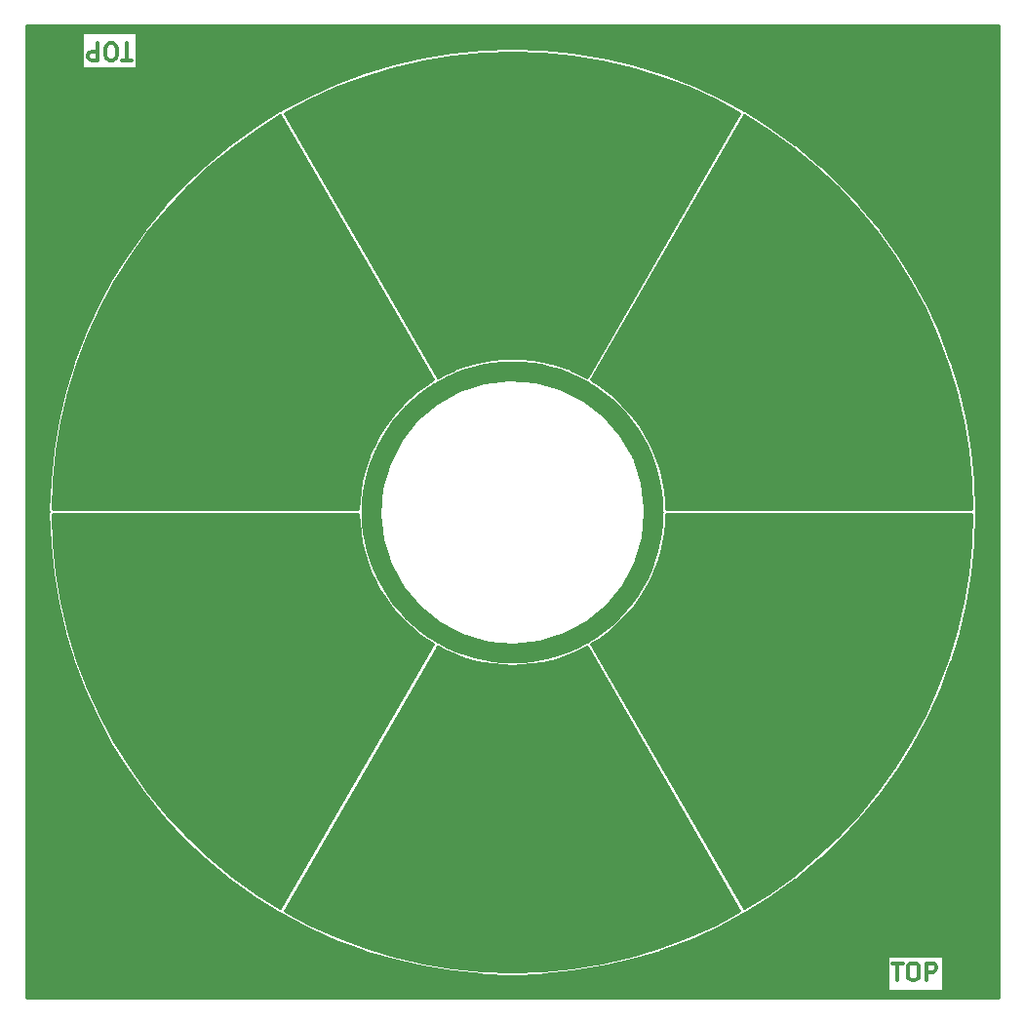
<source format=gtl>
G04 #@! TF.FileFunction,Copper,L1,Top,Signal*
%FSLAX46Y46*%
G04 Gerber Fmt 4.6, Leading zero omitted, Abs format (unit mm)*
G04 Created by KiCad (PCBNEW 4.0.6+dfsg1-1) date Mon Aug 28 14:10:11 2017*
%MOMM*%
%LPD*%
G01*
G04 APERTURE LIST*
%ADD10C,0.100000*%
%ADD11C,0.300000*%
%ADD12C,4.000000*%
%ADD13C,0.600000*%
%ADD14C,1.600000*%
%ADD15C,0.254000*%
G04 APERTURE END LIST*
D10*
D11*
X66964286Y-60821429D02*
X66107143Y-60821429D01*
X66535714Y-59321429D02*
X66535714Y-60821429D01*
X65321429Y-60821429D02*
X65035715Y-60821429D01*
X64892857Y-60750000D01*
X64750000Y-60607143D01*
X64678572Y-60321429D01*
X64678572Y-59821429D01*
X64750000Y-59535714D01*
X64892857Y-59392857D01*
X65035715Y-59321429D01*
X65321429Y-59321429D01*
X65464286Y-59392857D01*
X65607143Y-59535714D01*
X65678572Y-59821429D01*
X65678572Y-60321429D01*
X65607143Y-60607143D01*
X65464286Y-60750000D01*
X65321429Y-60821429D01*
X64035714Y-59321429D02*
X64035714Y-60821429D01*
X63464286Y-60821429D01*
X63321428Y-60750000D01*
X63250000Y-60678571D01*
X63178571Y-60535714D01*
X63178571Y-60321429D01*
X63250000Y-60178571D01*
X63321428Y-60107143D01*
X63464286Y-60035714D01*
X64035714Y-60035714D01*
X133035714Y-139178571D02*
X133892857Y-139178571D01*
X133464286Y-140678571D02*
X133464286Y-139178571D01*
X134678571Y-139178571D02*
X134964285Y-139178571D01*
X135107143Y-139250000D01*
X135250000Y-139392857D01*
X135321428Y-139678571D01*
X135321428Y-140178571D01*
X135250000Y-140464286D01*
X135107143Y-140607143D01*
X134964285Y-140678571D01*
X134678571Y-140678571D01*
X134535714Y-140607143D01*
X134392857Y-140464286D01*
X134321428Y-140178571D01*
X134321428Y-139678571D01*
X134392857Y-139392857D01*
X134535714Y-139250000D01*
X134678571Y-139178571D01*
X135964286Y-140678571D02*
X135964286Y-139178571D01*
X136535714Y-139178571D01*
X136678572Y-139250000D01*
X136750000Y-139321429D01*
X136821429Y-139464286D01*
X136821429Y-139678571D01*
X136750000Y-139821429D01*
X136678572Y-139892857D01*
X136535714Y-139964286D01*
X135964286Y-139964286D01*
D12*
X65000000Y-135000000D03*
X135000000Y-135000000D03*
X65000000Y-65000000D03*
X135000000Y-65000000D03*
D13*
X112250000Y-100000000D03*
X112063895Y-102127190D03*
X111511235Y-104189747D03*
X110608811Y-106125000D03*
X109384044Y-107874148D03*
X107874148Y-109384044D03*
X106125000Y-110608811D03*
X104189747Y-111511235D03*
X102127190Y-112063895D03*
X100000000Y-112250000D03*
X97872810Y-112063895D03*
X95810253Y-111511235D03*
X93875000Y-110608811D03*
X92125852Y-109384044D03*
X90615956Y-107874148D03*
X89391189Y-106125000D03*
X88488765Y-104189747D03*
X87936105Y-102127190D03*
X87750000Y-100000000D03*
X87936105Y-97872810D03*
X88488765Y-95810253D03*
X89391189Y-93875000D03*
X90615956Y-92125852D03*
X92125852Y-90615956D03*
X93875000Y-89391189D03*
X95810253Y-88488765D03*
X97872810Y-87936105D03*
X100000000Y-87750000D03*
X102127190Y-87936105D03*
X104189747Y-88488765D03*
X106125000Y-89391189D03*
X107874148Y-90615956D03*
X109384044Y-92125852D03*
X110608811Y-93875000D03*
X111511235Y-95810253D03*
X112063895Y-97872810D03*
X93600000Y-111950000D03*
X86450000Y-100400000D03*
X92850000Y-88500000D03*
X106400000Y-88050000D03*
X113550000Y-99600000D03*
X107150000Y-111550000D03*
D14*
X112250000Y-100000000D02*
X112244818Y-100356288D01*
X112244818Y-100356288D02*
X112229275Y-100712274D01*
X112229275Y-100712274D02*
X112203385Y-101067658D01*
X112203385Y-101067658D02*
X112167170Y-101422138D01*
X112167170Y-101422138D02*
X112120660Y-101775415D01*
X112120660Y-101775415D02*
X112063895Y-102127190D01*
X112063895Y-102127190D02*
X111996923Y-102477165D01*
X111996923Y-102477165D02*
X111919800Y-102825044D01*
X111919800Y-102825044D02*
X111832591Y-103170533D01*
X111832591Y-103170533D02*
X111735372Y-103513340D01*
X111735372Y-103513340D02*
X111628222Y-103853173D01*
X111628222Y-103853173D02*
X111511235Y-104189747D01*
X111511235Y-104189747D02*
X111384507Y-104522775D01*
X111384507Y-104522775D02*
X111248147Y-104851977D01*
X111248147Y-104851977D02*
X111102270Y-105177074D01*
X111102270Y-105177074D02*
X110947000Y-105497790D01*
X110947000Y-105497790D02*
X110782467Y-105813855D01*
X110782467Y-105813855D02*
X110608811Y-106125000D01*
X110608811Y-106125000D02*
X110426179Y-106430963D01*
X110426179Y-106430963D02*
X110234726Y-106731485D01*
X110234726Y-106731485D02*
X110034613Y-107026311D01*
X110034613Y-107026311D02*
X109826009Y-107315193D01*
X109826009Y-107315193D02*
X109609092Y-107597885D01*
X109609092Y-107597885D02*
X109384044Y-107874148D01*
X109384044Y-107874148D02*
X109151057Y-108143749D01*
X109151057Y-108143749D02*
X108910327Y-108406460D01*
X108910327Y-108406460D02*
X108662058Y-108662058D01*
X108662058Y-108662058D02*
X108406460Y-108910327D01*
X108406460Y-108910327D02*
X108143749Y-109151057D01*
X108143749Y-109151057D02*
X107874148Y-109384044D01*
X107874148Y-109384044D02*
X107597885Y-109609092D01*
X107597885Y-109609092D02*
X107315193Y-109826009D01*
X107315193Y-109826009D02*
X107026311Y-110034613D01*
X107026311Y-110034613D02*
X106731485Y-110234726D01*
X106731485Y-110234726D02*
X106430963Y-110426179D01*
X106430963Y-110426179D02*
X106125000Y-110608811D01*
X106125000Y-110608811D02*
X105813855Y-110782467D01*
X105813855Y-110782467D02*
X105497790Y-110947000D01*
X105497790Y-110947000D02*
X105177074Y-111102270D01*
X105177074Y-111102270D02*
X104851977Y-111248147D01*
X104851977Y-111248147D02*
X104522775Y-111384507D01*
X104522775Y-111384507D02*
X104189747Y-111511235D01*
X104189747Y-111511235D02*
X103853173Y-111628222D01*
X103853173Y-111628222D02*
X103513340Y-111735372D01*
X103513340Y-111735372D02*
X103170533Y-111832591D01*
X103170533Y-111832591D02*
X102825044Y-111919800D01*
X102825044Y-111919800D02*
X102477165Y-111996923D01*
X102477165Y-111996923D02*
X102127190Y-112063895D01*
X102127190Y-112063895D02*
X101775415Y-112120660D01*
X101775415Y-112120660D02*
X101422138Y-112167170D01*
X101422138Y-112167170D02*
X101067658Y-112203385D01*
X101067658Y-112203385D02*
X100712274Y-112229275D01*
X100712274Y-112229275D02*
X100356288Y-112244818D01*
X100356288Y-112244818D02*
X100000000Y-112250000D01*
X100000000Y-112250000D02*
X99643712Y-112244818D01*
X99643712Y-112244818D02*
X99287726Y-112229275D01*
X99287726Y-112229275D02*
X98932342Y-112203385D01*
X98932342Y-112203385D02*
X98577862Y-112167170D01*
X98577862Y-112167170D02*
X98224585Y-112120660D01*
X98224585Y-112120660D02*
X97872810Y-112063895D01*
X97872810Y-112063895D02*
X97522835Y-111996923D01*
X97522835Y-111996923D02*
X97174956Y-111919800D01*
X97174956Y-111919800D02*
X96829467Y-111832591D01*
X96829467Y-111832591D02*
X96486660Y-111735372D01*
X96486660Y-111735372D02*
X96146827Y-111628222D01*
X96146827Y-111628222D02*
X95810253Y-111511235D01*
X95810253Y-111511235D02*
X95477225Y-111384507D01*
X95477225Y-111384507D02*
X95148023Y-111248147D01*
X95148023Y-111248147D02*
X94822926Y-111102270D01*
X94822926Y-111102270D02*
X94502210Y-110947000D01*
X94502210Y-110947000D02*
X94186145Y-110782467D01*
X94186145Y-110782467D02*
X93875000Y-110608811D01*
X93875000Y-110608811D02*
X93569037Y-110426179D01*
X93569037Y-110426179D02*
X93268515Y-110234726D01*
X93268515Y-110234726D02*
X92973689Y-110034613D01*
X92973689Y-110034613D02*
X92684807Y-109826009D01*
X92684807Y-109826009D02*
X92402115Y-109609092D01*
X92402115Y-109609092D02*
X92125852Y-109384044D01*
X92125852Y-109384044D02*
X91856251Y-109151057D01*
X91856251Y-109151057D02*
X91593540Y-108910327D01*
X91593540Y-108910327D02*
X91337942Y-108662058D01*
X91337942Y-108662058D02*
X91089673Y-108406460D01*
X91089673Y-108406460D02*
X90848943Y-108143749D01*
X90848943Y-108143749D02*
X90615956Y-107874148D01*
X90615956Y-107874148D02*
X90390908Y-107597885D01*
X90390908Y-107597885D02*
X90173991Y-107315193D01*
X90173991Y-107315193D02*
X89965387Y-107026311D01*
X89965387Y-107026311D02*
X89765274Y-106731485D01*
X89765274Y-106731485D02*
X89573821Y-106430963D01*
X89573821Y-106430963D02*
X89391189Y-106125000D01*
X89391189Y-106125000D02*
X89217533Y-105813855D01*
X89217533Y-105813855D02*
X89053000Y-105497790D01*
X89053000Y-105497790D02*
X88897730Y-105177074D01*
X88897730Y-105177074D02*
X88751853Y-104851977D01*
X88751853Y-104851977D02*
X88615493Y-104522775D01*
X88615493Y-104522775D02*
X88488765Y-104189747D01*
X88488765Y-104189747D02*
X88371778Y-103853173D01*
X88371778Y-103853173D02*
X88264628Y-103513340D01*
X88264628Y-103513340D02*
X88167409Y-103170533D01*
X88167409Y-103170533D02*
X88080200Y-102825044D01*
X88080200Y-102825044D02*
X88003077Y-102477165D01*
X88003077Y-102477165D02*
X87936105Y-102127190D01*
X87936105Y-102127190D02*
X87879340Y-101775415D01*
X87879340Y-101775415D02*
X87832830Y-101422138D01*
X87832830Y-101422138D02*
X87796615Y-101067658D01*
X87796615Y-101067658D02*
X87770725Y-100712274D01*
X87770725Y-100712274D02*
X87755182Y-100356288D01*
X87755182Y-100356288D02*
X87750000Y-100000000D01*
X87750000Y-100000000D02*
X87755182Y-99643712D01*
X87755182Y-99643712D02*
X87770725Y-99287726D01*
X87770725Y-99287726D02*
X87796615Y-98932342D01*
X87796615Y-98932342D02*
X87832830Y-98577862D01*
X87832830Y-98577862D02*
X87879340Y-98224585D01*
X87879340Y-98224585D02*
X87936105Y-97872810D01*
X87936105Y-97872810D02*
X88003077Y-97522835D01*
X88003077Y-97522835D02*
X88080200Y-97174956D01*
X88080200Y-97174956D02*
X88167409Y-96829467D01*
X88167409Y-96829467D02*
X88264628Y-96486660D01*
X88264628Y-96486660D02*
X88371778Y-96146827D01*
X88371778Y-96146827D02*
X88488765Y-95810253D01*
X88488765Y-95810253D02*
X88615493Y-95477225D01*
X88615493Y-95477225D02*
X88751853Y-95148023D01*
X88751853Y-95148023D02*
X88897730Y-94822926D01*
X88897730Y-94822926D02*
X89053000Y-94502210D01*
X89053000Y-94502210D02*
X89217533Y-94186145D01*
X89217533Y-94186145D02*
X89391189Y-93875000D01*
X89391189Y-93875000D02*
X89573821Y-93569037D01*
X89573821Y-93569037D02*
X89765274Y-93268515D01*
X89765274Y-93268515D02*
X89965387Y-92973689D01*
X89965387Y-92973689D02*
X90173991Y-92684807D01*
X90173991Y-92684807D02*
X90390908Y-92402115D01*
X90390908Y-92402115D02*
X90615956Y-92125852D01*
X90615956Y-92125852D02*
X90848943Y-91856251D01*
X90848943Y-91856251D02*
X91089673Y-91593540D01*
X91089673Y-91593540D02*
X91337942Y-91337942D01*
X91337942Y-91337942D02*
X91593540Y-91089673D01*
X91593540Y-91089673D02*
X91856251Y-90848943D01*
X91856251Y-90848943D02*
X92125852Y-90615956D01*
X92125852Y-90615956D02*
X92402115Y-90390908D01*
X92402115Y-90390908D02*
X92684807Y-90173991D01*
X92684807Y-90173991D02*
X92973689Y-89965387D01*
X92973689Y-89965387D02*
X93268515Y-89765274D01*
X93268515Y-89765274D02*
X93569037Y-89573821D01*
X93569037Y-89573821D02*
X93875000Y-89391189D01*
X93875000Y-89391189D02*
X94186145Y-89217533D01*
X94186145Y-89217533D02*
X94502210Y-89053000D01*
X94502210Y-89053000D02*
X94822926Y-88897730D01*
X94822926Y-88897730D02*
X95148023Y-88751853D01*
X95148023Y-88751853D02*
X95477225Y-88615493D01*
X95477225Y-88615493D02*
X95810253Y-88488765D01*
X95810253Y-88488765D02*
X96146827Y-88371778D01*
X96146827Y-88371778D02*
X96486660Y-88264628D01*
X96486660Y-88264628D02*
X96829467Y-88167409D01*
X96829467Y-88167409D02*
X97174956Y-88080200D01*
X97174956Y-88080200D02*
X97522835Y-88003077D01*
X97522835Y-88003077D02*
X97872810Y-87936105D01*
X97872810Y-87936105D02*
X98224585Y-87879340D01*
X98224585Y-87879340D02*
X98577862Y-87832830D01*
X98577862Y-87832830D02*
X98932342Y-87796615D01*
X98932342Y-87796615D02*
X99287726Y-87770725D01*
X99287726Y-87770725D02*
X99643712Y-87755182D01*
X99643712Y-87755182D02*
X100000000Y-87750000D01*
X100000000Y-87750000D02*
X100356288Y-87755182D01*
X100356288Y-87755182D02*
X100712274Y-87770725D01*
X100712274Y-87770725D02*
X101067658Y-87796615D01*
X101067658Y-87796615D02*
X101422138Y-87832830D01*
X101422138Y-87832830D02*
X101775415Y-87879340D01*
X101775415Y-87879340D02*
X102127190Y-87936105D01*
X102127190Y-87936105D02*
X102477165Y-88003077D01*
X102477165Y-88003077D02*
X102825044Y-88080200D01*
X102825044Y-88080200D02*
X103170533Y-88167409D01*
X103170533Y-88167409D02*
X103513340Y-88264628D01*
X103513340Y-88264628D02*
X103853173Y-88371778D01*
X103853173Y-88371778D02*
X104189747Y-88488765D01*
X104189747Y-88488765D02*
X104522775Y-88615493D01*
X104522775Y-88615493D02*
X104851977Y-88751853D01*
X104851977Y-88751853D02*
X105177074Y-88897730D01*
X105177074Y-88897730D02*
X105497790Y-89053000D01*
X105497790Y-89053000D02*
X105813855Y-89217533D01*
X105813855Y-89217533D02*
X106125000Y-89391189D01*
X106125000Y-89391189D02*
X106430963Y-89573821D01*
X106430963Y-89573821D02*
X106731485Y-89765274D01*
X106731485Y-89765274D02*
X107026311Y-89965387D01*
X107026311Y-89965387D02*
X107315193Y-90173991D01*
X107315193Y-90173991D02*
X107597885Y-90390908D01*
X107597885Y-90390908D02*
X107874148Y-90615956D01*
X107874148Y-90615956D02*
X108143749Y-90848943D01*
X108143749Y-90848943D02*
X108406460Y-91089673D01*
X108406460Y-91089673D02*
X108662058Y-91337942D01*
X108662058Y-91337942D02*
X108910327Y-91593540D01*
X108910327Y-91593540D02*
X109151057Y-91856251D01*
X109151057Y-91856251D02*
X109384044Y-92125852D01*
X109384044Y-92125852D02*
X109609092Y-92402115D01*
X109609092Y-92402115D02*
X109826009Y-92684807D01*
X109826009Y-92684807D02*
X110034613Y-92973689D01*
X110034613Y-92973689D02*
X110234726Y-93268515D01*
X110234726Y-93268515D02*
X110426179Y-93569037D01*
X110426179Y-93569037D02*
X110608811Y-93875000D01*
X110608811Y-93875000D02*
X110782467Y-94186145D01*
X110782467Y-94186145D02*
X110947000Y-94502210D01*
X110947000Y-94502210D02*
X111102270Y-94822926D01*
X111102270Y-94822926D02*
X111248147Y-95148023D01*
X111248147Y-95148023D02*
X111384507Y-95477225D01*
X111384507Y-95477225D02*
X111511235Y-95810253D01*
X111511235Y-95810253D02*
X111628222Y-96146827D01*
X111628222Y-96146827D02*
X111735372Y-96486660D01*
X111735372Y-96486660D02*
X111832591Y-96829467D01*
X111832591Y-96829467D02*
X111919800Y-97174956D01*
X111919800Y-97174956D02*
X111996923Y-97522835D01*
X111996923Y-97522835D02*
X112063895Y-97872810D01*
X112063895Y-97872810D02*
X112120660Y-98224585D01*
X112120660Y-98224585D02*
X112167170Y-98577862D01*
X112167170Y-98577862D02*
X112203385Y-98932342D01*
X112203385Y-98932342D02*
X112229275Y-99287726D01*
X112229275Y-99287726D02*
X112244818Y-99643712D01*
X112244818Y-99643712D02*
X112250000Y-100000000D01*
D15*
G36*
X142222500Y-142222500D02*
X57777500Y-142222500D01*
X57777500Y-99890288D01*
X59723295Y-99890288D01*
X59741988Y-100000201D01*
X59741327Y-100001245D01*
X59723295Y-100109712D01*
X59814631Y-102713143D01*
X59815851Y-102731142D01*
X60076455Y-105323108D01*
X60078843Y-105340989D01*
X60507608Y-107910494D01*
X60511155Y-107928181D01*
X61106263Y-110464329D01*
X61110954Y-110481749D01*
X61869881Y-112973782D01*
X61875695Y-112990859D01*
X62795223Y-115428207D01*
X62802137Y-115444869D01*
X63878365Y-117817196D01*
X63886349Y-117833373D01*
X65114712Y-120130615D01*
X65123732Y-120146238D01*
X66499021Y-122358653D01*
X66509039Y-122373656D01*
X68025420Y-124491860D01*
X68036393Y-124506179D01*
X69687435Y-126521187D01*
X69699317Y-126534761D01*
X71478017Y-128438028D01*
X71490757Y-128450800D01*
X73389571Y-130234253D01*
X73403115Y-130246169D01*
X75413989Y-131902243D01*
X75428281Y-131913251D01*
X77542687Y-133434923D01*
X77557664Y-133444979D01*
X79766634Y-134825794D01*
X79871167Y-134864562D01*
X79871741Y-134865656D01*
X79956661Y-134935506D01*
X82256967Y-136158122D01*
X82273164Y-136166065D01*
X84648173Y-137236359D01*
X84664853Y-137243231D01*
X87104493Y-138156662D01*
X87121584Y-138162434D01*
X89615506Y-138915129D01*
X89632937Y-138919777D01*
X92170565Y-139508543D01*
X92188261Y-139512045D01*
X94758830Y-139934385D01*
X94776717Y-139936729D01*
X97369326Y-140190852D01*
X97387328Y-140192026D01*
X99990980Y-140276853D01*
X100009020Y-140276853D01*
X102612672Y-140192026D01*
X102630674Y-140190852D01*
X105223283Y-139936729D01*
X105241170Y-139934385D01*
X107811739Y-139512045D01*
X107829435Y-139508543D01*
X110367063Y-138919777D01*
X110384494Y-138915129D01*
X111683744Y-138523000D01*
X132615857Y-138523000D01*
X132615857Y-141627000D01*
X137384143Y-141627000D01*
X137384143Y-138523000D01*
X132615857Y-138523000D01*
X111683744Y-138523000D01*
X112878416Y-138162434D01*
X112895507Y-138156662D01*
X115335147Y-137243231D01*
X115351827Y-137236359D01*
X117726836Y-136166065D01*
X117743033Y-136158122D01*
X120043339Y-134935506D01*
X120129181Y-134864361D01*
X120130414Y-134864411D01*
X120233366Y-134825794D01*
X122442336Y-133444979D01*
X122457313Y-133434923D01*
X124571719Y-131913251D01*
X124586011Y-131902243D01*
X126596885Y-130246169D01*
X126610429Y-130234253D01*
X128509243Y-128450800D01*
X128521983Y-128438028D01*
X130300683Y-126534761D01*
X130312565Y-126521187D01*
X131963607Y-124506179D01*
X131974580Y-124491860D01*
X133490961Y-122373656D01*
X133500979Y-122358653D01*
X134876268Y-120146238D01*
X134885288Y-120130615D01*
X136113651Y-117833373D01*
X136121635Y-117817196D01*
X137197863Y-115444869D01*
X137204777Y-115428207D01*
X138124305Y-112990859D01*
X138130119Y-112973782D01*
X138889046Y-110481749D01*
X138893737Y-110464329D01*
X139488845Y-107928181D01*
X139492392Y-107910494D01*
X139921157Y-105340989D01*
X139923545Y-105323108D01*
X140184149Y-102731142D01*
X140185369Y-102713143D01*
X140276705Y-100109712D01*
X140258012Y-99999799D01*
X140258673Y-99998755D01*
X140276705Y-99890288D01*
X140185369Y-97286857D01*
X140184149Y-97268858D01*
X139923545Y-94676892D01*
X139921157Y-94659011D01*
X139492392Y-92089506D01*
X139488845Y-92071819D01*
X138893737Y-89535671D01*
X138889046Y-89518251D01*
X138130119Y-87026218D01*
X138124305Y-87009141D01*
X137204777Y-84571793D01*
X137197863Y-84555131D01*
X136121635Y-82182804D01*
X136113651Y-82166627D01*
X134885288Y-79869385D01*
X134876268Y-79853762D01*
X133500979Y-77641347D01*
X133490961Y-77626344D01*
X131974580Y-75508140D01*
X131963607Y-75493821D01*
X130312565Y-73478813D01*
X130300683Y-73465239D01*
X128521983Y-71561972D01*
X128509243Y-71549200D01*
X126610429Y-69765747D01*
X126596885Y-69753831D01*
X124586011Y-68097757D01*
X124571719Y-68086749D01*
X122457313Y-66565077D01*
X122442336Y-66555021D01*
X120233366Y-65174206D01*
X120128833Y-65135438D01*
X120128259Y-65134344D01*
X120043339Y-65064494D01*
X117743033Y-63841878D01*
X117726836Y-63833935D01*
X115351827Y-62763641D01*
X115335147Y-62756769D01*
X112895507Y-61843338D01*
X112878416Y-61837566D01*
X110384494Y-61084871D01*
X110367063Y-61080223D01*
X107829435Y-60491457D01*
X107811739Y-60487955D01*
X105241170Y-60065615D01*
X105223283Y-60063271D01*
X102630674Y-59809148D01*
X102612672Y-59807974D01*
X100009020Y-59723147D01*
X99990980Y-59723147D01*
X97387328Y-59807974D01*
X97369326Y-59809148D01*
X94776717Y-60063271D01*
X94758830Y-60065615D01*
X92188261Y-60487955D01*
X92170565Y-60491457D01*
X89632937Y-61080223D01*
X89615506Y-61084871D01*
X87121584Y-61837566D01*
X87104493Y-61843338D01*
X84664853Y-62756769D01*
X84648173Y-62763641D01*
X82273164Y-63833935D01*
X82256967Y-63841878D01*
X79956661Y-65064494D01*
X79870819Y-65135639D01*
X79869586Y-65135589D01*
X79766634Y-65174206D01*
X77557664Y-66555021D01*
X77542687Y-66565077D01*
X75428281Y-68086749D01*
X75413989Y-68097757D01*
X73403115Y-69753831D01*
X73389571Y-69765747D01*
X71490757Y-71549200D01*
X71478017Y-71561972D01*
X69699317Y-73465239D01*
X69687435Y-73478813D01*
X68036393Y-75493821D01*
X68025420Y-75508140D01*
X66509039Y-77626344D01*
X66499021Y-77641347D01*
X65123732Y-79853762D01*
X65114712Y-79869385D01*
X63886349Y-82166627D01*
X63878365Y-82182804D01*
X62802137Y-84555131D01*
X62795223Y-84571793D01*
X61875695Y-87009141D01*
X61869881Y-87026218D01*
X61110954Y-89518251D01*
X61106263Y-89535671D01*
X60511155Y-92071819D01*
X60507608Y-92089506D01*
X60078843Y-94659011D01*
X60076455Y-94676892D01*
X59815851Y-97268858D01*
X59814631Y-97286857D01*
X59723295Y-99890288D01*
X57777500Y-99890288D01*
X57777500Y-58373000D01*
X62615857Y-58373000D01*
X62615857Y-61477000D01*
X67384143Y-61477000D01*
X67384143Y-58373000D01*
X62615857Y-58373000D01*
X57777500Y-58373000D01*
X57777500Y-57777500D01*
X142222500Y-57777500D01*
X142222500Y-142222500D01*
X142222500Y-142222500D01*
G37*
X142222500Y-142222500D02*
X57777500Y-142222500D01*
X57777500Y-99890288D01*
X59723295Y-99890288D01*
X59741988Y-100000201D01*
X59741327Y-100001245D01*
X59723295Y-100109712D01*
X59814631Y-102713143D01*
X59815851Y-102731142D01*
X60076455Y-105323108D01*
X60078843Y-105340989D01*
X60507608Y-107910494D01*
X60511155Y-107928181D01*
X61106263Y-110464329D01*
X61110954Y-110481749D01*
X61869881Y-112973782D01*
X61875695Y-112990859D01*
X62795223Y-115428207D01*
X62802137Y-115444869D01*
X63878365Y-117817196D01*
X63886349Y-117833373D01*
X65114712Y-120130615D01*
X65123732Y-120146238D01*
X66499021Y-122358653D01*
X66509039Y-122373656D01*
X68025420Y-124491860D01*
X68036393Y-124506179D01*
X69687435Y-126521187D01*
X69699317Y-126534761D01*
X71478017Y-128438028D01*
X71490757Y-128450800D01*
X73389571Y-130234253D01*
X73403115Y-130246169D01*
X75413989Y-131902243D01*
X75428281Y-131913251D01*
X77542687Y-133434923D01*
X77557664Y-133444979D01*
X79766634Y-134825794D01*
X79871167Y-134864562D01*
X79871741Y-134865656D01*
X79956661Y-134935506D01*
X82256967Y-136158122D01*
X82273164Y-136166065D01*
X84648173Y-137236359D01*
X84664853Y-137243231D01*
X87104493Y-138156662D01*
X87121584Y-138162434D01*
X89615506Y-138915129D01*
X89632937Y-138919777D01*
X92170565Y-139508543D01*
X92188261Y-139512045D01*
X94758830Y-139934385D01*
X94776717Y-139936729D01*
X97369326Y-140190852D01*
X97387328Y-140192026D01*
X99990980Y-140276853D01*
X100009020Y-140276853D01*
X102612672Y-140192026D01*
X102630674Y-140190852D01*
X105223283Y-139936729D01*
X105241170Y-139934385D01*
X107811739Y-139512045D01*
X107829435Y-139508543D01*
X110367063Y-138919777D01*
X110384494Y-138915129D01*
X111683744Y-138523000D01*
X132615857Y-138523000D01*
X132615857Y-141627000D01*
X137384143Y-141627000D01*
X137384143Y-138523000D01*
X132615857Y-138523000D01*
X111683744Y-138523000D01*
X112878416Y-138162434D01*
X112895507Y-138156662D01*
X115335147Y-137243231D01*
X115351827Y-137236359D01*
X117726836Y-136166065D01*
X117743033Y-136158122D01*
X120043339Y-134935506D01*
X120129181Y-134864361D01*
X120130414Y-134864411D01*
X120233366Y-134825794D01*
X122442336Y-133444979D01*
X122457313Y-133434923D01*
X124571719Y-131913251D01*
X124586011Y-131902243D01*
X126596885Y-130246169D01*
X126610429Y-130234253D01*
X128509243Y-128450800D01*
X128521983Y-128438028D01*
X130300683Y-126534761D01*
X130312565Y-126521187D01*
X131963607Y-124506179D01*
X131974580Y-124491860D01*
X133490961Y-122373656D01*
X133500979Y-122358653D01*
X134876268Y-120146238D01*
X134885288Y-120130615D01*
X136113651Y-117833373D01*
X136121635Y-117817196D01*
X137197863Y-115444869D01*
X137204777Y-115428207D01*
X138124305Y-112990859D01*
X138130119Y-112973782D01*
X138889046Y-110481749D01*
X138893737Y-110464329D01*
X139488845Y-107928181D01*
X139492392Y-107910494D01*
X139921157Y-105340989D01*
X139923545Y-105323108D01*
X140184149Y-102731142D01*
X140185369Y-102713143D01*
X140276705Y-100109712D01*
X140258012Y-99999799D01*
X140258673Y-99998755D01*
X140276705Y-99890288D01*
X140185369Y-97286857D01*
X140184149Y-97268858D01*
X139923545Y-94676892D01*
X139921157Y-94659011D01*
X139492392Y-92089506D01*
X139488845Y-92071819D01*
X138893737Y-89535671D01*
X138889046Y-89518251D01*
X138130119Y-87026218D01*
X138124305Y-87009141D01*
X137204777Y-84571793D01*
X137197863Y-84555131D01*
X136121635Y-82182804D01*
X136113651Y-82166627D01*
X134885288Y-79869385D01*
X134876268Y-79853762D01*
X133500979Y-77641347D01*
X133490961Y-77626344D01*
X131974580Y-75508140D01*
X131963607Y-75493821D01*
X130312565Y-73478813D01*
X130300683Y-73465239D01*
X128521983Y-71561972D01*
X128509243Y-71549200D01*
X126610429Y-69765747D01*
X126596885Y-69753831D01*
X124586011Y-68097757D01*
X124571719Y-68086749D01*
X122457313Y-66565077D01*
X122442336Y-66555021D01*
X120233366Y-65174206D01*
X120128833Y-65135438D01*
X120128259Y-65134344D01*
X120043339Y-65064494D01*
X117743033Y-63841878D01*
X117726836Y-63833935D01*
X115351827Y-62763641D01*
X115335147Y-62756769D01*
X112895507Y-61843338D01*
X112878416Y-61837566D01*
X110384494Y-61084871D01*
X110367063Y-61080223D01*
X107829435Y-60491457D01*
X107811739Y-60487955D01*
X105241170Y-60065615D01*
X105223283Y-60063271D01*
X102630674Y-59809148D01*
X102612672Y-59807974D01*
X100009020Y-59723147D01*
X99990980Y-59723147D01*
X97387328Y-59807974D01*
X97369326Y-59809148D01*
X94776717Y-60063271D01*
X94758830Y-60065615D01*
X92188261Y-60487955D01*
X92170565Y-60491457D01*
X89632937Y-61080223D01*
X89615506Y-61084871D01*
X87121584Y-61837566D01*
X87104493Y-61843338D01*
X84664853Y-62756769D01*
X84648173Y-62763641D01*
X82273164Y-63833935D01*
X82256967Y-63841878D01*
X79956661Y-65064494D01*
X79870819Y-65135639D01*
X79869586Y-65135589D01*
X79766634Y-65174206D01*
X77557664Y-66555021D01*
X77542687Y-66565077D01*
X75428281Y-68086749D01*
X75413989Y-68097757D01*
X73403115Y-69753831D01*
X73389571Y-69765747D01*
X71490757Y-71549200D01*
X71478017Y-71561972D01*
X69699317Y-73465239D01*
X69687435Y-73478813D01*
X68036393Y-75493821D01*
X68025420Y-75508140D01*
X66509039Y-77626344D01*
X66499021Y-77641347D01*
X65123732Y-79853762D01*
X65114712Y-79869385D01*
X63886349Y-82166627D01*
X63878365Y-82182804D01*
X62802137Y-84555131D01*
X62795223Y-84571793D01*
X61875695Y-87009141D01*
X61869881Y-87026218D01*
X61110954Y-89518251D01*
X61106263Y-89535671D01*
X60511155Y-92071819D01*
X60507608Y-92089506D01*
X60078843Y-94659011D01*
X60076455Y-94676892D01*
X59815851Y-97268858D01*
X59814631Y-97286857D01*
X59723295Y-99890288D01*
X57777500Y-99890288D01*
X57777500Y-58373000D01*
X62615857Y-58373000D01*
X62615857Y-61477000D01*
X67384143Y-61477000D01*
X67384143Y-58373000D01*
X62615857Y-58373000D01*
X57777500Y-58373000D01*
X57777500Y-57777500D01*
X142222500Y-57777500D01*
X142222500Y-142222500D01*
G36*
X100836258Y-87054126D02*
X101669022Y-87134956D01*
X102494863Y-87269302D01*
X103310317Y-87456603D01*
X104111987Y-87696076D01*
X104896579Y-87986737D01*
X105660793Y-88327365D01*
X106409366Y-88720702D01*
X106496372Y-88749314D01*
X106500180Y-88749130D01*
X106563476Y-88809677D01*
X107278400Y-89261290D01*
X107955503Y-89752808D01*
X108599513Y-90286949D01*
X109207742Y-90861483D01*
X109777680Y-91474040D01*
X110306934Y-92122050D01*
X110793334Y-92802853D01*
X111234821Y-93513569D01*
X111629586Y-94251286D01*
X111975969Y-95012900D01*
X112272533Y-95795251D01*
X112518061Y-96595131D01*
X112711508Y-97409135D01*
X112852079Y-98233913D01*
X112939195Y-99066072D01*
X112972842Y-99911025D01*
X112991567Y-100000681D01*
X112993629Y-100003886D01*
X112972842Y-100088975D01*
X112939195Y-100933928D01*
X112852079Y-101766087D01*
X112711508Y-102590865D01*
X112518061Y-103404869D01*
X112272533Y-104204749D01*
X111975969Y-104987100D01*
X111629586Y-105748714D01*
X111234821Y-106486431D01*
X110793334Y-107197147D01*
X110306934Y-107877950D01*
X109777680Y-108525960D01*
X109207742Y-109138517D01*
X108599513Y-109713051D01*
X107955503Y-110247192D01*
X107278400Y-110738710D01*
X106563476Y-111190323D01*
X106495193Y-111251367D01*
X106493449Y-111254755D01*
X106409366Y-111279298D01*
X105660793Y-111672635D01*
X104896579Y-112013263D01*
X104111987Y-112303924D01*
X103310317Y-112543397D01*
X102494863Y-112730698D01*
X101669022Y-112865044D01*
X100836258Y-112945874D01*
X100000000Y-112972856D01*
X99163742Y-112945874D01*
X98330978Y-112865044D01*
X97505137Y-112730698D01*
X96689683Y-112543397D01*
X95888013Y-112303924D01*
X95103421Y-112013263D01*
X94339207Y-111672635D01*
X93590634Y-111279298D01*
X93503628Y-111250686D01*
X93499820Y-111250870D01*
X93436524Y-111190323D01*
X92721600Y-110738710D01*
X92044497Y-110247192D01*
X91400487Y-109713051D01*
X90792258Y-109138517D01*
X90222320Y-108525960D01*
X89693066Y-107877950D01*
X89206666Y-107197147D01*
X88765179Y-106486431D01*
X88370414Y-105748714D01*
X88024031Y-104987100D01*
X87727467Y-104204749D01*
X87481939Y-103404869D01*
X87288492Y-102590865D01*
X87147921Y-101766087D01*
X87060805Y-100933928D01*
X87030025Y-100160949D01*
X88473624Y-100160949D01*
X88724404Y-102396702D01*
X89404667Y-104541165D01*
X90488504Y-106512657D01*
X91934631Y-108236084D01*
X93687965Y-109645801D01*
X95681722Y-110688112D01*
X97839962Y-111323316D01*
X100080476Y-111527219D01*
X102317926Y-111292054D01*
X104467086Y-110626777D01*
X106446096Y-109556731D01*
X108179577Y-108122671D01*
X109601500Y-106379221D01*
X110657704Y-104392789D01*
X111307961Y-102239036D01*
X111527500Y-100000000D01*
X111523006Y-99678133D01*
X111241034Y-97446100D01*
X110530895Y-95311343D01*
X109419638Y-93355176D01*
X107949589Y-91652109D01*
X106176743Y-90267010D01*
X104168627Y-89252637D01*
X102001729Y-88647629D01*
X99758586Y-88475028D01*
X97524639Y-88741410D01*
X95384977Y-89436629D01*
X93421099Y-90534202D01*
X91707810Y-91992326D01*
X90310368Y-93755459D01*
X89282002Y-95756444D01*
X88661880Y-97919066D01*
X88473624Y-100160949D01*
X87030025Y-100160949D01*
X87027158Y-100088975D01*
X87008433Y-99999319D01*
X87006371Y-99996114D01*
X87027158Y-99911025D01*
X87060805Y-99066072D01*
X87147921Y-98233913D01*
X87288492Y-97409135D01*
X87481939Y-96595131D01*
X87727467Y-95795251D01*
X88024031Y-95012900D01*
X88370414Y-94251286D01*
X88765179Y-93513569D01*
X89206666Y-92802853D01*
X89693066Y-92122050D01*
X90222320Y-91474040D01*
X90792258Y-90861483D01*
X91400487Y-90286949D01*
X92044497Y-89752808D01*
X92721600Y-89261290D01*
X93101294Y-89021440D01*
X93111415Y-89017514D01*
X93206956Y-88956882D01*
X93213782Y-88950382D01*
X93436524Y-88809677D01*
X93504807Y-88748633D01*
X93506551Y-88745245D01*
X93590634Y-88720702D01*
X94339207Y-88327365D01*
X95103421Y-87986737D01*
X95888013Y-87696076D01*
X96689683Y-87456603D01*
X97505137Y-87269302D01*
X98330978Y-87134956D01*
X99163742Y-87054126D01*
X100000000Y-87027144D01*
X100836258Y-87054126D01*
X100836258Y-87054126D01*
G37*
X100836258Y-87054126D02*
X101669022Y-87134956D01*
X102494863Y-87269302D01*
X103310317Y-87456603D01*
X104111987Y-87696076D01*
X104896579Y-87986737D01*
X105660793Y-88327365D01*
X106409366Y-88720702D01*
X106496372Y-88749314D01*
X106500180Y-88749130D01*
X106563476Y-88809677D01*
X107278400Y-89261290D01*
X107955503Y-89752808D01*
X108599513Y-90286949D01*
X109207742Y-90861483D01*
X109777680Y-91474040D01*
X110306934Y-92122050D01*
X110793334Y-92802853D01*
X111234821Y-93513569D01*
X111629586Y-94251286D01*
X111975969Y-95012900D01*
X112272533Y-95795251D01*
X112518061Y-96595131D01*
X112711508Y-97409135D01*
X112852079Y-98233913D01*
X112939195Y-99066072D01*
X112972842Y-99911025D01*
X112991567Y-100000681D01*
X112993629Y-100003886D01*
X112972842Y-100088975D01*
X112939195Y-100933928D01*
X112852079Y-101766087D01*
X112711508Y-102590865D01*
X112518061Y-103404869D01*
X112272533Y-104204749D01*
X111975969Y-104987100D01*
X111629586Y-105748714D01*
X111234821Y-106486431D01*
X110793334Y-107197147D01*
X110306934Y-107877950D01*
X109777680Y-108525960D01*
X109207742Y-109138517D01*
X108599513Y-109713051D01*
X107955503Y-110247192D01*
X107278400Y-110738710D01*
X106563476Y-111190323D01*
X106495193Y-111251367D01*
X106493449Y-111254755D01*
X106409366Y-111279298D01*
X105660793Y-111672635D01*
X104896579Y-112013263D01*
X104111987Y-112303924D01*
X103310317Y-112543397D01*
X102494863Y-112730698D01*
X101669022Y-112865044D01*
X100836258Y-112945874D01*
X100000000Y-112972856D01*
X99163742Y-112945874D01*
X98330978Y-112865044D01*
X97505137Y-112730698D01*
X96689683Y-112543397D01*
X95888013Y-112303924D01*
X95103421Y-112013263D01*
X94339207Y-111672635D01*
X93590634Y-111279298D01*
X93503628Y-111250686D01*
X93499820Y-111250870D01*
X93436524Y-111190323D01*
X92721600Y-110738710D01*
X92044497Y-110247192D01*
X91400487Y-109713051D01*
X90792258Y-109138517D01*
X90222320Y-108525960D01*
X89693066Y-107877950D01*
X89206666Y-107197147D01*
X88765179Y-106486431D01*
X88370414Y-105748714D01*
X88024031Y-104987100D01*
X87727467Y-104204749D01*
X87481939Y-103404869D01*
X87288492Y-102590865D01*
X87147921Y-101766087D01*
X87060805Y-100933928D01*
X87030025Y-100160949D01*
X88473624Y-100160949D01*
X88724404Y-102396702D01*
X89404667Y-104541165D01*
X90488504Y-106512657D01*
X91934631Y-108236084D01*
X93687965Y-109645801D01*
X95681722Y-110688112D01*
X97839962Y-111323316D01*
X100080476Y-111527219D01*
X102317926Y-111292054D01*
X104467086Y-110626777D01*
X106446096Y-109556731D01*
X108179577Y-108122671D01*
X109601500Y-106379221D01*
X110657704Y-104392789D01*
X111307961Y-102239036D01*
X111527500Y-100000000D01*
X111523006Y-99678133D01*
X111241034Y-97446100D01*
X110530895Y-95311343D01*
X109419638Y-93355176D01*
X107949589Y-91652109D01*
X106176743Y-90267010D01*
X104168627Y-89252637D01*
X102001729Y-88647629D01*
X99758586Y-88475028D01*
X97524639Y-88741410D01*
X95384977Y-89436629D01*
X93421099Y-90534202D01*
X91707810Y-91992326D01*
X90310368Y-93755459D01*
X89282002Y-95756444D01*
X88661880Y-97919066D01*
X88473624Y-100160949D01*
X87030025Y-100160949D01*
X87027158Y-100088975D01*
X87008433Y-99999319D01*
X87006371Y-99996114D01*
X87027158Y-99911025D01*
X87060805Y-99066072D01*
X87147921Y-98233913D01*
X87288492Y-97409135D01*
X87481939Y-96595131D01*
X87727467Y-95795251D01*
X88024031Y-95012900D01*
X88370414Y-94251286D01*
X88765179Y-93513569D01*
X89206666Y-92802853D01*
X89693066Y-92122050D01*
X90222320Y-91474040D01*
X90792258Y-90861483D01*
X91400487Y-90286949D01*
X92044497Y-89752808D01*
X92721600Y-89261290D01*
X93101294Y-89021440D01*
X93111415Y-89017514D01*
X93206956Y-88956882D01*
X93213782Y-88950382D01*
X93436524Y-88809677D01*
X93504807Y-88748633D01*
X93506551Y-88745245D01*
X93590634Y-88720702D01*
X94339207Y-88327365D01*
X95103421Y-87986737D01*
X95888013Y-87696076D01*
X96689683Y-87456603D01*
X97505137Y-87269302D01*
X98330978Y-87134956D01*
X99163742Y-87054126D01*
X100000000Y-87027144D01*
X100836258Y-87054126D01*
G36*
X119737583Y-134640496D02*
X117557079Y-135799438D01*
X115189612Y-136866333D01*
X112757720Y-137776863D01*
X110271728Y-138527164D01*
X107742159Y-139114060D01*
X105179747Y-139535060D01*
X102595390Y-139788374D01*
X100000000Y-139872932D01*
X97404610Y-139788374D01*
X94820253Y-139535060D01*
X92257841Y-139114060D01*
X89728272Y-138527164D01*
X87242280Y-137776863D01*
X84810388Y-136866333D01*
X82442921Y-135799438D01*
X80262417Y-134640496D01*
X93510752Y-111693701D01*
X94159204Y-112034429D01*
X94166574Y-112038003D01*
X94947112Y-112385907D01*
X94954697Y-112388999D01*
X95756038Y-112685865D01*
X95763806Y-112688461D01*
X96582617Y-112933054D01*
X96590537Y-112935144D01*
X97423412Y-113126446D01*
X97431450Y-113128021D01*
X98274925Y-113265236D01*
X98283048Y-113266290D01*
X99133613Y-113348848D01*
X99141786Y-113349376D01*
X99995904Y-113376934D01*
X100004096Y-113376934D01*
X100858214Y-113349376D01*
X100866387Y-113348848D01*
X101716952Y-113266290D01*
X101725075Y-113265236D01*
X102568550Y-113128021D01*
X102576588Y-113126446D01*
X103409463Y-112935144D01*
X103417383Y-112933054D01*
X104236194Y-112688461D01*
X104243962Y-112685865D01*
X105045303Y-112388999D01*
X105052888Y-112385907D01*
X105833426Y-112038003D01*
X105840796Y-112034429D01*
X106489248Y-111693701D01*
X119737583Y-134640496D01*
X119737583Y-134640496D01*
G37*
X119737583Y-134640496D02*
X117557079Y-135799438D01*
X115189612Y-136866333D01*
X112757720Y-137776863D01*
X110271728Y-138527164D01*
X107742159Y-139114060D01*
X105179747Y-139535060D01*
X102595390Y-139788374D01*
X100000000Y-139872932D01*
X97404610Y-139788374D01*
X94820253Y-139535060D01*
X92257841Y-139114060D01*
X89728272Y-138527164D01*
X87242280Y-137776863D01*
X84810388Y-136866333D01*
X82442921Y-135799438D01*
X80262417Y-134640496D01*
X93510752Y-111693701D01*
X94159204Y-112034429D01*
X94166574Y-112038003D01*
X94947112Y-112385907D01*
X94954697Y-112388999D01*
X95756038Y-112685865D01*
X95763806Y-112688461D01*
X96582617Y-112933054D01*
X96590537Y-112935144D01*
X97423412Y-113126446D01*
X97431450Y-113128021D01*
X98274925Y-113265236D01*
X98283048Y-113266290D01*
X99133613Y-113348848D01*
X99141786Y-113349376D01*
X99995904Y-113376934D01*
X100004096Y-113376934D01*
X100858214Y-113349376D01*
X100866387Y-113348848D01*
X101716952Y-113266290D01*
X101725075Y-113265236D01*
X102568550Y-113128021D01*
X102576588Y-113126446D01*
X103409463Y-112935144D01*
X103417383Y-112933054D01*
X104236194Y-112688461D01*
X104243962Y-112685865D01*
X105045303Y-112388999D01*
X105052888Y-112385907D01*
X105833426Y-112038003D01*
X105840796Y-112034429D01*
X106489248Y-111693701D01*
X119737583Y-134640496D01*
G36*
X86657481Y-100958936D02*
X86658070Y-100967106D01*
X86747045Y-101817024D01*
X86748160Y-101825139D01*
X86891737Y-102667554D01*
X86893373Y-102675580D01*
X87090956Y-103506987D01*
X87093106Y-103514890D01*
X87343871Y-104331832D01*
X87346526Y-104339581D01*
X87649431Y-105138659D01*
X87652580Y-105146220D01*
X88006365Y-105924110D01*
X88009994Y-105931453D01*
X88413187Y-106684920D01*
X88417283Y-106692014D01*
X88868208Y-107417923D01*
X88872752Y-107424737D01*
X89369532Y-108120069D01*
X89374506Y-108126577D01*
X89915075Y-108788440D01*
X89920458Y-108794614D01*
X90502568Y-109420254D01*
X90508338Y-109426067D01*
X91129567Y-110012881D01*
X91135700Y-110018311D01*
X91793464Y-110563860D01*
X91799934Y-110568883D01*
X92491497Y-111070897D01*
X92498277Y-111075493D01*
X93117582Y-111466704D01*
X79869242Y-134413497D01*
X77775317Y-133104596D01*
X75667635Y-131587763D01*
X73663135Y-129936938D01*
X71770363Y-128159161D01*
X69997301Y-126261927D01*
X68351512Y-124253329D01*
X66839950Y-122141857D01*
X65469031Y-119936471D01*
X64244564Y-117646515D01*
X63171759Y-115281734D01*
X62255150Y-112852124D01*
X61498636Y-110368015D01*
X60905416Y-107839912D01*
X60478014Y-105278576D01*
X60218238Y-102694843D01*
X60131659Y-100227000D01*
X86628334Y-100226997D01*
X86657481Y-100958936D01*
X86657481Y-100958936D01*
G37*
X86657481Y-100958936D02*
X86658070Y-100967106D01*
X86747045Y-101817024D01*
X86748160Y-101825139D01*
X86891737Y-102667554D01*
X86893373Y-102675580D01*
X87090956Y-103506987D01*
X87093106Y-103514890D01*
X87343871Y-104331832D01*
X87346526Y-104339581D01*
X87649431Y-105138659D01*
X87652580Y-105146220D01*
X88006365Y-105924110D01*
X88009994Y-105931453D01*
X88413187Y-106684920D01*
X88417283Y-106692014D01*
X88868208Y-107417923D01*
X88872752Y-107424737D01*
X89369532Y-108120069D01*
X89374506Y-108126577D01*
X89915075Y-108788440D01*
X89920458Y-108794614D01*
X90502568Y-109420254D01*
X90508338Y-109426067D01*
X91129567Y-110012881D01*
X91135700Y-110018311D01*
X91793464Y-110563860D01*
X91799934Y-110568883D01*
X92491497Y-111070897D01*
X92498277Y-111075493D01*
X93117582Y-111466704D01*
X79869242Y-134413497D01*
X77775317Y-133104596D01*
X75667635Y-131587763D01*
X73663135Y-129936938D01*
X71770363Y-128159161D01*
X69997301Y-126261927D01*
X68351512Y-124253329D01*
X66839950Y-122141857D01*
X65469031Y-119936471D01*
X64244564Y-117646515D01*
X63171759Y-115281734D01*
X62255150Y-112852124D01*
X61498636Y-110368015D01*
X60905416Y-107839912D01*
X60478014Y-105278576D01*
X60218238Y-102694843D01*
X60131659Y-100227000D01*
X86628334Y-100226997D01*
X86657481Y-100958936D01*
G36*
X93117582Y-88533296D02*
X92498277Y-88924507D01*
X92491497Y-88929103D01*
X91799934Y-89431117D01*
X91793464Y-89436140D01*
X91135700Y-89981689D01*
X91129567Y-89987119D01*
X90508338Y-90573933D01*
X90502568Y-90579746D01*
X89920458Y-91205386D01*
X89915075Y-91211560D01*
X89374506Y-91873423D01*
X89369532Y-91879931D01*
X88872752Y-92575263D01*
X88868208Y-92582077D01*
X88417283Y-93307986D01*
X88413187Y-93315080D01*
X88009994Y-94068547D01*
X88006365Y-94075890D01*
X87652580Y-94853780D01*
X87649431Y-94861341D01*
X87346526Y-95660419D01*
X87343871Y-95668168D01*
X87093106Y-96485110D01*
X87090956Y-96493013D01*
X86893373Y-97324420D01*
X86891737Y-97332446D01*
X86748160Y-98174861D01*
X86747045Y-98182976D01*
X86658070Y-99032894D01*
X86657481Y-99041064D01*
X86628334Y-99773003D01*
X60131659Y-99773000D01*
X60218238Y-97305157D01*
X60478014Y-94721424D01*
X60905416Y-92160088D01*
X61498636Y-89631985D01*
X62255150Y-87147876D01*
X63171759Y-84718266D01*
X64244564Y-82353485D01*
X65469031Y-80063529D01*
X66839950Y-77858143D01*
X68351512Y-75746671D01*
X69997301Y-73738073D01*
X71770363Y-71840839D01*
X73663135Y-70063062D01*
X75667635Y-68412237D01*
X77775317Y-66895404D01*
X79869242Y-65586503D01*
X93117582Y-88533296D01*
X93117582Y-88533296D01*
G37*
X93117582Y-88533296D02*
X92498277Y-88924507D01*
X92491497Y-88929103D01*
X91799934Y-89431117D01*
X91793464Y-89436140D01*
X91135700Y-89981689D01*
X91129567Y-89987119D01*
X90508338Y-90573933D01*
X90502568Y-90579746D01*
X89920458Y-91205386D01*
X89915075Y-91211560D01*
X89374506Y-91873423D01*
X89369532Y-91879931D01*
X88872752Y-92575263D01*
X88868208Y-92582077D01*
X88417283Y-93307986D01*
X88413187Y-93315080D01*
X88009994Y-94068547D01*
X88006365Y-94075890D01*
X87652580Y-94853780D01*
X87649431Y-94861341D01*
X87346526Y-95660419D01*
X87343871Y-95668168D01*
X87093106Y-96485110D01*
X87090956Y-96493013D01*
X86893373Y-97324420D01*
X86891737Y-97332446D01*
X86748160Y-98174861D01*
X86747045Y-98182976D01*
X86658070Y-99032894D01*
X86657481Y-99041064D01*
X86628334Y-99773003D01*
X60131659Y-99773000D01*
X60218238Y-97305157D01*
X60478014Y-94721424D01*
X60905416Y-92160088D01*
X61498636Y-89631985D01*
X62255150Y-87147876D01*
X63171759Y-84718266D01*
X64244564Y-82353485D01*
X65469031Y-80063529D01*
X66839950Y-77858143D01*
X68351512Y-75746671D01*
X69997301Y-73738073D01*
X71770363Y-71840839D01*
X73663135Y-70063062D01*
X75667635Y-68412237D01*
X77775317Y-66895404D01*
X79869242Y-65586503D01*
X93117582Y-88533296D01*
G36*
X102595390Y-60211626D02*
X105179747Y-60464940D01*
X107742159Y-60885940D01*
X110271728Y-61472836D01*
X112757720Y-62223137D01*
X115189612Y-63133667D01*
X117557079Y-64200562D01*
X119737583Y-65359504D01*
X106489248Y-88306299D01*
X105840796Y-87965571D01*
X105833426Y-87961997D01*
X105052888Y-87614093D01*
X105045303Y-87611001D01*
X104243962Y-87314135D01*
X104236194Y-87311539D01*
X103417383Y-87066946D01*
X103409463Y-87064856D01*
X102576588Y-86873554D01*
X102568550Y-86871979D01*
X101725075Y-86734764D01*
X101716952Y-86733710D01*
X100866387Y-86651152D01*
X100858214Y-86650624D01*
X100004096Y-86623066D01*
X99995904Y-86623066D01*
X99141786Y-86650624D01*
X99133613Y-86651152D01*
X98283048Y-86733710D01*
X98274925Y-86734764D01*
X97431450Y-86871979D01*
X97423412Y-86873554D01*
X96590537Y-87064856D01*
X96582617Y-87066946D01*
X95763806Y-87311539D01*
X95756038Y-87314135D01*
X94954697Y-87611001D01*
X94947112Y-87614093D01*
X94166574Y-87961997D01*
X94159204Y-87965571D01*
X93510752Y-88306299D01*
X80262417Y-65359504D01*
X82442921Y-64200562D01*
X84810388Y-63133667D01*
X87242280Y-62223137D01*
X89728272Y-61472836D01*
X92257841Y-60885940D01*
X94820253Y-60464940D01*
X97404610Y-60211626D01*
X100000000Y-60127068D01*
X102595390Y-60211626D01*
X102595390Y-60211626D01*
G37*
X102595390Y-60211626D02*
X105179747Y-60464940D01*
X107742159Y-60885940D01*
X110271728Y-61472836D01*
X112757720Y-62223137D01*
X115189612Y-63133667D01*
X117557079Y-64200562D01*
X119737583Y-65359504D01*
X106489248Y-88306299D01*
X105840796Y-87965571D01*
X105833426Y-87961997D01*
X105052888Y-87614093D01*
X105045303Y-87611001D01*
X104243962Y-87314135D01*
X104236194Y-87311539D01*
X103417383Y-87066946D01*
X103409463Y-87064856D01*
X102576588Y-86873554D01*
X102568550Y-86871979D01*
X101725075Y-86734764D01*
X101716952Y-86733710D01*
X100866387Y-86651152D01*
X100858214Y-86650624D01*
X100004096Y-86623066D01*
X99995904Y-86623066D01*
X99141786Y-86650624D01*
X99133613Y-86651152D01*
X98283048Y-86733710D01*
X98274925Y-86734764D01*
X97431450Y-86871979D01*
X97423412Y-86873554D01*
X96590537Y-87064856D01*
X96582617Y-87066946D01*
X95763806Y-87311539D01*
X95756038Y-87314135D01*
X94954697Y-87611001D01*
X94947112Y-87614093D01*
X94166574Y-87961997D01*
X94159204Y-87965571D01*
X93510752Y-88306299D01*
X80262417Y-65359504D01*
X82442921Y-64200562D01*
X84810388Y-63133667D01*
X87242280Y-62223137D01*
X89728272Y-61472836D01*
X92257841Y-60885940D01*
X94820253Y-60464940D01*
X97404610Y-60211626D01*
X100000000Y-60127068D01*
X102595390Y-60211626D01*
G36*
X122224683Y-66895404D02*
X124332365Y-68412237D01*
X126336865Y-70063062D01*
X128229637Y-71840839D01*
X130002699Y-73738073D01*
X131648488Y-75746671D01*
X133160050Y-77858143D01*
X134530969Y-80063529D01*
X135755436Y-82353485D01*
X136828241Y-84718266D01*
X137744850Y-87147876D01*
X138501364Y-89631985D01*
X139094584Y-92160088D01*
X139521986Y-94721424D01*
X139781762Y-97305157D01*
X139868341Y-99773000D01*
X113371666Y-99773003D01*
X113342519Y-99041064D01*
X113341930Y-99032894D01*
X113252955Y-98182976D01*
X113251840Y-98174861D01*
X113108263Y-97332446D01*
X113106627Y-97324420D01*
X112909044Y-96493013D01*
X112906894Y-96485110D01*
X112656129Y-95668168D01*
X112653474Y-95660419D01*
X112350569Y-94861341D01*
X112347420Y-94853780D01*
X111993635Y-94075890D01*
X111990006Y-94068547D01*
X111586813Y-93315080D01*
X111582717Y-93307986D01*
X111131792Y-92582077D01*
X111127248Y-92575263D01*
X110630468Y-91879931D01*
X110625494Y-91873423D01*
X110084925Y-91211560D01*
X110079542Y-91205386D01*
X109497432Y-90579746D01*
X109491662Y-90573933D01*
X108870433Y-89987119D01*
X108864300Y-89981689D01*
X108206536Y-89436140D01*
X108200066Y-89431117D01*
X107508503Y-88929103D01*
X107501723Y-88924507D01*
X106882418Y-88533296D01*
X120130758Y-65586503D01*
X122224683Y-66895404D01*
X122224683Y-66895404D01*
G37*
X122224683Y-66895404D02*
X124332365Y-68412237D01*
X126336865Y-70063062D01*
X128229637Y-71840839D01*
X130002699Y-73738073D01*
X131648488Y-75746671D01*
X133160050Y-77858143D01*
X134530969Y-80063529D01*
X135755436Y-82353485D01*
X136828241Y-84718266D01*
X137744850Y-87147876D01*
X138501364Y-89631985D01*
X139094584Y-92160088D01*
X139521986Y-94721424D01*
X139781762Y-97305157D01*
X139868341Y-99773000D01*
X113371666Y-99773003D01*
X113342519Y-99041064D01*
X113341930Y-99032894D01*
X113252955Y-98182976D01*
X113251840Y-98174861D01*
X113108263Y-97332446D01*
X113106627Y-97324420D01*
X112909044Y-96493013D01*
X112906894Y-96485110D01*
X112656129Y-95668168D01*
X112653474Y-95660419D01*
X112350569Y-94861341D01*
X112347420Y-94853780D01*
X111993635Y-94075890D01*
X111990006Y-94068547D01*
X111586813Y-93315080D01*
X111582717Y-93307986D01*
X111131792Y-92582077D01*
X111127248Y-92575263D01*
X110630468Y-91879931D01*
X110625494Y-91873423D01*
X110084925Y-91211560D01*
X110079542Y-91205386D01*
X109497432Y-90579746D01*
X109491662Y-90573933D01*
X108870433Y-89987119D01*
X108864300Y-89981689D01*
X108206536Y-89436140D01*
X108200066Y-89431117D01*
X107508503Y-88929103D01*
X107501723Y-88924507D01*
X106882418Y-88533296D01*
X120130758Y-65586503D01*
X122224683Y-66895404D01*
G36*
X139868341Y-100227000D02*
X139781762Y-102694843D01*
X139521986Y-105278576D01*
X139094584Y-107839912D01*
X138501364Y-110368015D01*
X137744850Y-112852124D01*
X136828241Y-115281734D01*
X135755436Y-117646515D01*
X134530969Y-119936471D01*
X133160050Y-122141857D01*
X131648488Y-124253329D01*
X130002699Y-126261927D01*
X128229637Y-128159161D01*
X126336865Y-129936938D01*
X124332365Y-131587763D01*
X122224683Y-133104596D01*
X120130758Y-134413497D01*
X106882418Y-111466704D01*
X107501723Y-111075493D01*
X107508503Y-111070897D01*
X108200066Y-110568883D01*
X108206536Y-110563860D01*
X108864300Y-110018311D01*
X108870433Y-110012881D01*
X109491662Y-109426067D01*
X109497432Y-109420254D01*
X110079542Y-108794614D01*
X110084925Y-108788440D01*
X110625494Y-108126577D01*
X110630468Y-108120069D01*
X111127248Y-107424737D01*
X111131792Y-107417923D01*
X111582717Y-106692014D01*
X111586813Y-106684920D01*
X111990006Y-105931453D01*
X111993635Y-105924110D01*
X112347420Y-105146220D01*
X112350569Y-105138659D01*
X112653474Y-104339581D01*
X112656129Y-104331832D01*
X112906894Y-103514890D01*
X112909044Y-103506987D01*
X113106627Y-102675580D01*
X113108263Y-102667554D01*
X113251840Y-101825139D01*
X113252955Y-101817024D01*
X113341930Y-100967106D01*
X113342519Y-100958936D01*
X113371666Y-100226997D01*
X139868341Y-100227000D01*
X139868341Y-100227000D01*
G37*
X139868341Y-100227000D02*
X139781762Y-102694843D01*
X139521986Y-105278576D01*
X139094584Y-107839912D01*
X138501364Y-110368015D01*
X137744850Y-112852124D01*
X136828241Y-115281734D01*
X135755436Y-117646515D01*
X134530969Y-119936471D01*
X133160050Y-122141857D01*
X131648488Y-124253329D01*
X130002699Y-126261927D01*
X128229637Y-128159161D01*
X126336865Y-129936938D01*
X124332365Y-131587763D01*
X122224683Y-133104596D01*
X120130758Y-134413497D01*
X106882418Y-111466704D01*
X107501723Y-111075493D01*
X107508503Y-111070897D01*
X108200066Y-110568883D01*
X108206536Y-110563860D01*
X108864300Y-110018311D01*
X108870433Y-110012881D01*
X109491662Y-109426067D01*
X109497432Y-109420254D01*
X110079542Y-108794614D01*
X110084925Y-108788440D01*
X110625494Y-108126577D01*
X110630468Y-108120069D01*
X111127248Y-107424737D01*
X111131792Y-107417923D01*
X111582717Y-106692014D01*
X111586813Y-106684920D01*
X111990006Y-105931453D01*
X111993635Y-105924110D01*
X112347420Y-105146220D01*
X112350569Y-105138659D01*
X112653474Y-104339581D01*
X112656129Y-104331832D01*
X112906894Y-103514890D01*
X112909044Y-103506987D01*
X113106627Y-102675580D01*
X113108263Y-102667554D01*
X113251840Y-101825139D01*
X113252955Y-101817024D01*
X113341930Y-100967106D01*
X113342519Y-100958936D01*
X113371666Y-100226997D01*
X139868341Y-100227000D01*
M02*

</source>
